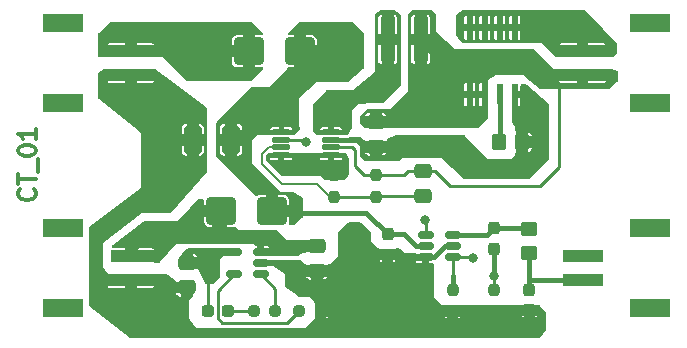
<source format=gbr>
%TF.GenerationSoftware,KiCad,Pcbnew,7.0.2*%
%TF.CreationDate,2023-12-10T20:37:23+01:00*%
%TF.ProjectId,Choinka_EE,43686f69-6e6b-4615-9f45-452e6b696361,rev?*%
%TF.SameCoordinates,Original*%
%TF.FileFunction,Copper,L1,Top*%
%TF.FilePolarity,Positive*%
%FSLAX46Y46*%
G04 Gerber Fmt 4.6, Leading zero omitted, Abs format (unit mm)*
G04 Created by KiCad (PCBNEW 7.0.2) date 2023-12-10 20:37:23*
%MOMM*%
%LPD*%
G01*
G04 APERTURE LIST*
G04 Aperture macros list*
%AMRoundRect*
0 Rectangle with rounded corners*
0 $1 Rounding radius*
0 $2 $3 $4 $5 $6 $7 $8 $9 X,Y pos of 4 corners*
0 Add a 4 corners polygon primitive as box body*
4,1,4,$2,$3,$4,$5,$6,$7,$8,$9,$2,$3,0*
0 Add four circle primitives for the rounded corners*
1,1,$1+$1,$2,$3*
1,1,$1+$1,$4,$5*
1,1,$1+$1,$6,$7*
1,1,$1+$1,$8,$9*
0 Add four rect primitives between the rounded corners*
20,1,$1+$1,$2,$3,$4,$5,0*
20,1,$1+$1,$4,$5,$6,$7,0*
20,1,$1+$1,$6,$7,$8,$9,0*
20,1,$1+$1,$8,$9,$2,$3,0*%
G04 Aperture macros list end*
%ADD10C,0.300000*%
%TA.AperFunction,NonConductor*%
%ADD11C,0.300000*%
%TD*%
%TA.AperFunction,SMDPad,CuDef*%
%ADD12RoundRect,0.250000X1.000000X0.900000X-1.000000X0.900000X-1.000000X-0.900000X1.000000X-0.900000X0*%
%TD*%
%TA.AperFunction,SMDPad,CuDef*%
%ADD13RoundRect,0.250000X-0.475000X0.337500X-0.475000X-0.337500X0.475000X-0.337500X0.475000X0.337500X0*%
%TD*%
%TA.AperFunction,SMDPad,CuDef*%
%ADD14RoundRect,0.237500X0.237500X-0.300000X0.237500X0.300000X-0.237500X0.300000X-0.237500X-0.300000X0*%
%TD*%
%TA.AperFunction,SMDPad,CuDef*%
%ADD15RoundRect,0.250000X-0.350000X-0.450000X0.350000X-0.450000X0.350000X0.450000X-0.350000X0.450000X0*%
%TD*%
%TA.AperFunction,SMDPad,CuDef*%
%ADD16R,3.500000X1.000000*%
%TD*%
%TA.AperFunction,SMDPad,CuDef*%
%ADD17R,3.400000X1.500000*%
%TD*%
%TA.AperFunction,SMDPad,CuDef*%
%ADD18RoundRect,0.150000X0.512500X0.150000X-0.512500X0.150000X-0.512500X-0.150000X0.512500X-0.150000X0*%
%TD*%
%TA.AperFunction,SMDPad,CuDef*%
%ADD19RoundRect,0.058800X-0.691200X-0.186200X0.691200X-0.186200X0.691200X0.186200X-0.691200X0.186200X0*%
%TD*%
%TA.AperFunction,SMDPad,CuDef*%
%ADD20RoundRect,0.058800X0.691200X0.186200X-0.691200X0.186200X-0.691200X-0.186200X0.691200X-0.186200X0*%
%TD*%
%TA.AperFunction,SMDPad,CuDef*%
%ADD21RoundRect,0.237500X-0.237500X0.300000X-0.237500X-0.300000X0.237500X-0.300000X0.237500X0.300000X0*%
%TD*%
%TA.AperFunction,SMDPad,CuDef*%
%ADD22RoundRect,0.237500X-0.237500X0.250000X-0.237500X-0.250000X0.237500X-0.250000X0.237500X0.250000X0*%
%TD*%
%TA.AperFunction,SMDPad,CuDef*%
%ADD23RoundRect,0.250000X-0.450000X0.350000X-0.450000X-0.350000X0.450000X-0.350000X0.450000X0.350000X0*%
%TD*%
%TA.AperFunction,SMDPad,CuDef*%
%ADD24R,0.533400X1.663700*%
%TD*%
%TA.AperFunction,SMDPad,CuDef*%
%ADD25RoundRect,0.250001X0.499999X0.924999X-0.499999X0.924999X-0.499999X-0.924999X0.499999X-0.924999X0*%
%TD*%
%TA.AperFunction,SMDPad,CuDef*%
%ADD26RoundRect,0.237500X0.237500X-0.250000X0.237500X0.250000X-0.237500X0.250000X-0.237500X-0.250000X0*%
%TD*%
%TA.AperFunction,SMDPad,CuDef*%
%ADD27R,1.200000X3.700000*%
%TD*%
%TA.AperFunction,SMDPad,CuDef*%
%ADD28RoundRect,0.237500X-0.250000X-0.237500X0.250000X-0.237500X0.250000X0.237500X-0.250000X0.237500X0*%
%TD*%
%TA.AperFunction,SMDPad,CuDef*%
%ADD29RoundRect,0.237500X0.287500X0.237500X-0.287500X0.237500X-0.287500X-0.237500X0.287500X-0.237500X0*%
%TD*%
%TA.AperFunction,ViaPad*%
%ADD30C,1.200000*%
%TD*%
%TA.AperFunction,ViaPad*%
%ADD31C,0.800000*%
%TD*%
%TA.AperFunction,Conductor*%
%ADD32C,0.400000*%
%TD*%
%TA.AperFunction,Conductor*%
%ADD33C,0.800000*%
%TD*%
%TA.AperFunction,Conductor*%
%ADD34C,1.000000*%
%TD*%
%TA.AperFunction,Conductor*%
%ADD35C,0.600000*%
%TD*%
%TA.AperFunction,Conductor*%
%ADD36C,0.300000*%
%TD*%
%TA.AperFunction,Conductor*%
%ADD37C,0.250000*%
%TD*%
%TA.AperFunction,Conductor*%
%ADD38C,0.500000*%
%TD*%
%TA.AperFunction,Conductor*%
%ADD39C,0.200000*%
%TD*%
G04 APERTURE END LIST*
D10*
D11*
X79073571Y-119185714D02*
X79145000Y-119257142D01*
X79145000Y-119257142D02*
X79216428Y-119471428D01*
X79216428Y-119471428D02*
X79216428Y-119614285D01*
X79216428Y-119614285D02*
X79145000Y-119828571D01*
X79145000Y-119828571D02*
X79002142Y-119971428D01*
X79002142Y-119971428D02*
X78859285Y-120042857D01*
X78859285Y-120042857D02*
X78573571Y-120114285D01*
X78573571Y-120114285D02*
X78359285Y-120114285D01*
X78359285Y-120114285D02*
X78073571Y-120042857D01*
X78073571Y-120042857D02*
X77930714Y-119971428D01*
X77930714Y-119971428D02*
X77787857Y-119828571D01*
X77787857Y-119828571D02*
X77716428Y-119614285D01*
X77716428Y-119614285D02*
X77716428Y-119471428D01*
X77716428Y-119471428D02*
X77787857Y-119257142D01*
X77787857Y-119257142D02*
X77859285Y-119185714D01*
X77716428Y-118757142D02*
X77716428Y-117900000D01*
X79216428Y-118328571D02*
X77716428Y-118328571D01*
X79359285Y-117757143D02*
X79359285Y-116614285D01*
X77716428Y-115971428D02*
X77716428Y-115828571D01*
X77716428Y-115828571D02*
X77787857Y-115685714D01*
X77787857Y-115685714D02*
X77859285Y-115614286D01*
X77859285Y-115614286D02*
X78002142Y-115542857D01*
X78002142Y-115542857D02*
X78287857Y-115471428D01*
X78287857Y-115471428D02*
X78645000Y-115471428D01*
X78645000Y-115471428D02*
X78930714Y-115542857D01*
X78930714Y-115542857D02*
X79073571Y-115614286D01*
X79073571Y-115614286D02*
X79145000Y-115685714D01*
X79145000Y-115685714D02*
X79216428Y-115828571D01*
X79216428Y-115828571D02*
X79216428Y-115971428D01*
X79216428Y-115971428D02*
X79145000Y-116114286D01*
X79145000Y-116114286D02*
X79073571Y-116185714D01*
X79073571Y-116185714D02*
X78930714Y-116257143D01*
X78930714Y-116257143D02*
X78645000Y-116328571D01*
X78645000Y-116328571D02*
X78287857Y-116328571D01*
X78287857Y-116328571D02*
X78002142Y-116257143D01*
X78002142Y-116257143D02*
X77859285Y-116185714D01*
X77859285Y-116185714D02*
X77787857Y-116114286D01*
X77787857Y-116114286D02*
X77716428Y-115971428D01*
X79216428Y-114042857D02*
X79216428Y-114900000D01*
X79216428Y-114471429D02*
X77716428Y-114471429D01*
X77716428Y-114471429D02*
X77930714Y-114614286D01*
X77930714Y-114614286D02*
X78073571Y-114757143D01*
X78073571Y-114757143D02*
X78145000Y-114900000D01*
D12*
%TO.P,D4,1,K*%
%TO.N,VDD*%
X99200000Y-121000000D03*
%TO.P,D4,2,A*%
%TO.N,+BATT*%
X94900000Y-121000000D03*
%TD*%
%TO.P,D1,1,K*%
%TO.N,VDD*%
X101550000Y-107500000D03*
%TO.P,D1,2,A*%
%TO.N,+5V*%
X97250000Y-107500000D03*
%TD*%
D13*
%TO.P,C2,1*%
%TO.N,+5V*%
X92000000Y-125425000D03*
%TO.P,C2,2*%
%TO.N,GND*%
X92000000Y-127500000D03*
%TD*%
D14*
%TO.P,D3,1,A1*%
%TO.N,GND*%
X121000000Y-129450000D03*
%TO.P,D3,2,A2*%
%TO.N,/Sens*%
X121000000Y-127725000D03*
%TD*%
D15*
%TO.P,R5,1*%
%TO.N,Net-(U3-RSET)*%
X118400000Y-115200000D03*
%TO.P,R5,2*%
%TO.N,GND*%
X120400000Y-115200000D03*
%TD*%
D16*
%TO.P,P3,1,1*%
%TO.N,+3.3V*%
X125500000Y-109500000D03*
%TO.P,P3,2,2*%
%TO.N,GND1*%
X125500000Y-107500000D03*
D17*
%TO.P,P3,P1*%
%TO.N,N/C*%
X131250000Y-111850000D03*
%TO.P,P3,P2*%
X131250000Y-105150000D03*
%TD*%
D18*
%TO.P,U1,1,STAT*%
%TO.N,/LED_Stat*%
X98275000Y-126400000D03*
%TO.P,U1,2,V_{SS}*%
%TO.N,GND*%
X98275000Y-125450000D03*
%TO.P,U1,3,V_{BAT}*%
%TO.N,+BATT*%
X98275000Y-124500000D03*
%TO.P,U1,4,V_{DD}*%
%TO.N,+5V*%
X96000000Y-124500000D03*
%TO.P,U1,5,PROG*%
%TO.N,/R_Prog*%
X96000000Y-126400000D03*
%TD*%
D19*
%TO.P,U2,1,VIN*%
%TO.N,VDD*%
X100000000Y-114350000D03*
%TO.P,U2,2,~{SHDN}*%
%TO.N,/Sen_Out*%
X100000000Y-115000000D03*
%TO.P,U2,3,FB*%
%TO.N,/FB*%
X100000000Y-115650000D03*
%TO.P,U2,4,AGND*%
%TO.N,GND*%
X100000000Y-116300000D03*
D20*
%TO.P,U2,5,SYNC/PWM*%
X104210000Y-116300000D03*
%TO.P,U2,6,VOUT*%
%TO.N,+3.3V*%
X104210000Y-115650000D03*
%TO.P,U2,7,PGND*%
%TO.N,GND*%
X104210000Y-115000000D03*
%TO.P,U2,8,LX*%
%TO.N,/LX*%
X104210000Y-114350000D03*
%TD*%
D21*
%TO.P,C4,1*%
%TO.N,VDD*%
X109000000Y-123000000D03*
%TO.P,C4,2*%
%TO.N,GND*%
X109000000Y-124725000D03*
%TD*%
D22*
%TO.P,R7,1*%
%TO.N,Net-(U4-SNS)*%
X118000000Y-127675000D03*
%TO.P,R7,2*%
%TO.N,GND*%
X118000000Y-129500000D03*
%TD*%
D23*
%TO.P,R8,1*%
%TO.N,Net-(U4-SNSK)*%
X121000000Y-122562500D03*
%TO.P,R8,2*%
%TO.N,/Sens*%
X121000000Y-124562500D03*
%TD*%
D18*
%TO.P,U4,1,OUT*%
%TO.N,/Sen_Out*%
X114500000Y-124950000D03*
%TO.P,U4,2,VSS*%
%TO.N,GND*%
X114500000Y-124000000D03*
%TO.P,U4,3,SNSK*%
%TO.N,Net-(U4-SNSK)*%
X114500000Y-123050000D03*
%TO.P,U4,4,SNS*%
%TO.N,Net-(U4-SNS)*%
X112225000Y-123050000D03*
%TO.P,U4,5,VDD*%
%TO.N,VDD*%
X112225000Y-124000000D03*
%TO.P,U4,6,TIME*%
%TO.N,GND*%
X112225000Y-124950000D03*
%TD*%
D24*
%TO.P,U3,1,VIN*%
%TO.N,+3.3V*%
X115960000Y-111151500D03*
%TO.P,U3,2,EN*%
X117230000Y-111151500D03*
%TO.P,U3,3,RSET*%
%TO.N,Net-(U3-RSET)*%
X118500000Y-111151500D03*
%TO.P,U3,4,GND*%
%TO.N,GND*%
X119770000Y-111151500D03*
%TO.P,U3,5,D1*%
%TO.N,GND1*%
X119770000Y-105500000D03*
%TO.P,U3,6,D1*%
X118500000Y-105500000D03*
%TO.P,U3,7,D1*%
X117230000Y-105500000D03*
%TO.P,U3,8,D1*%
X115960000Y-105500000D03*
%TD*%
D25*
%TO.P,C6,1*%
%TO.N,VDD*%
X95750000Y-115000000D03*
%TO.P,C6,2*%
%TO.N,GND*%
X92500000Y-115000000D03*
%TD*%
D26*
%TO.P,R3,1*%
%TO.N,/FB*%
X104500000Y-119825000D03*
%TO.P,R3,2*%
%TO.N,GND*%
X104500000Y-118000000D03*
%TD*%
D13*
%TO.P,C1,1*%
%TO.N,+BATT*%
X103000000Y-124000000D03*
%TO.P,C1,2*%
%TO.N,GND*%
X103000000Y-126075000D03*
%TD*%
D27*
%TO.P,L1,1,1*%
%TO.N,/LX*%
X109000000Y-106500000D03*
%TO.P,L1,2,2*%
%TO.N,+3.3V*%
X111800000Y-106500000D03*
%TD*%
D28*
%TO.P,R1,1*%
%TO.N,Net-(D2-K)*%
X97675000Y-129500000D03*
%TO.P,R1,2*%
%TO.N,/LED_Stat*%
X99500000Y-129500000D03*
%TD*%
D16*
%TO.P,P1,1,1*%
%TO.N,+5V*%
X87250000Y-107500000D03*
%TO.P,P1,2,2*%
%TO.N,GND*%
X87250000Y-109500000D03*
D17*
%TO.P,P1,P1*%
%TO.N,N/C*%
X81500000Y-105150000D03*
%TO.P,P1,P2*%
X81500000Y-111850000D03*
%TD*%
D21*
%TO.P,C7,1*%
%TO.N,Net-(U4-SNSK)*%
X118000000Y-122500000D03*
%TO.P,C7,2*%
%TO.N,Net-(U4-SNS)*%
X118000000Y-124225000D03*
%TD*%
D29*
%TO.P,D2,1,K*%
%TO.N,Net-(D2-K)*%
X95500000Y-129500000D03*
%TO.P,D2,2,A*%
%TO.N,+5V*%
X93750000Y-129500000D03*
%TD*%
D13*
%TO.P,C3,1*%
%TO.N,+3.3V*%
X108000000Y-113500000D03*
%TO.P,C3,2*%
%TO.N,GND*%
X108000000Y-115575000D03*
%TD*%
D22*
%TO.P,R6,1*%
%TO.N,/Sen_Out*%
X114500000Y-127675000D03*
%TO.P,R6,2*%
%TO.N,GND*%
X114500000Y-129500000D03*
%TD*%
D16*
%TO.P,P2,1,1*%
%TO.N,+BATT*%
X87250000Y-124850000D03*
%TO.P,P2,2,2*%
%TO.N,GND*%
X87250000Y-126850000D03*
D17*
%TO.P,P2,P1*%
%TO.N,N/C*%
X81500000Y-122500000D03*
%TO.P,P2,P2*%
X81500000Y-129200000D03*
%TD*%
D28*
%TO.P,R2,1*%
%TO.N,/R_Prog*%
X101500000Y-129500000D03*
%TO.P,R2,2*%
%TO.N,GND*%
X103325000Y-129500000D03*
%TD*%
D16*
%TO.P,P4,1,1*%
%TO.N,/Sens*%
X125500000Y-126850000D03*
%TO.P,P4,2,2*%
%TO.N,unconnected-(P4-Pad2)*%
X125500000Y-124850000D03*
D17*
%TO.P,P4,P1*%
%TO.N,N/C*%
X131250000Y-129200000D03*
%TO.P,P4,P2*%
X131250000Y-122500000D03*
%TD*%
D13*
%TO.P,C5,1*%
%TO.N,+3.3V*%
X112000000Y-117645000D03*
%TO.P,C5,2*%
%TO.N,/FB*%
X112000000Y-119720000D03*
%TD*%
D22*
%TO.P,R4,1*%
%TO.N,+3.3V*%
X108000000Y-118000000D03*
%TO.P,R4,2*%
%TO.N,/FB*%
X108000000Y-119825000D03*
%TD*%
D30*
%TO.N,GND*%
X112000000Y-115600000D03*
X108100000Y-128200000D03*
X121400000Y-113100000D03*
X92500000Y-112600000D03*
X106300000Y-123600000D03*
X92500000Y-117600000D03*
X88300000Y-112600000D03*
X88600000Y-120400000D03*
X102200000Y-117400000D03*
X89800000Y-128900000D03*
%TO.N,+5V*%
X91000000Y-107500000D03*
X93925000Y-125425000D03*
D31*
%TO.N,Net-(U4-SNS)*%
X112200000Y-121800000D03*
X118000000Y-126500000D03*
%TO.N,/Sen_Out*%
X116200000Y-125000000D03*
X102100000Y-115200000D03*
%TD*%
D32*
%TO.N,VDD*%
X99400000Y-121200000D02*
X99200000Y-121000000D01*
X107200000Y-121200000D02*
X99400000Y-121200000D01*
X109000000Y-123000000D02*
X107200000Y-121200000D01*
D33*
%TO.N,+BATT*%
X103000000Y-124000000D02*
X100000000Y-124000000D01*
X98500000Y-123000000D02*
X94500000Y-123000000D01*
X99000000Y-123000000D02*
X98500000Y-123000000D01*
D34*
X94500000Y-123000000D02*
X88400000Y-123000000D01*
X87250000Y-124150000D02*
X87250000Y-124850000D01*
D35*
X98275000Y-124500000D02*
X99500000Y-124500000D01*
D34*
X88400000Y-123000000D02*
X87250000Y-124150000D01*
D33*
X100000000Y-124000000D02*
X99000000Y-123000000D01*
D35*
X99500000Y-124500000D02*
X100000000Y-124000000D01*
D33*
X94500000Y-123000000D02*
X94500000Y-120450000D01*
D32*
%TO.N,GND*%
X113900000Y-124000000D02*
X112950000Y-124950000D01*
X104210000Y-116300000D02*
X100000000Y-116300000D01*
X106700000Y-115000000D02*
X104210000Y-115000000D01*
X108000000Y-115575000D02*
X107275000Y-115575000D01*
D36*
X112950000Y-124950000D02*
X112225000Y-124950000D01*
D32*
X107275000Y-115575000D02*
X106700000Y-115000000D01*
D36*
X114500000Y-124000000D02*
X113900000Y-124000000D01*
D34*
%TO.N,+5V*%
X91000000Y-107500000D02*
X95000000Y-107500000D01*
X93925000Y-125425000D02*
X92000000Y-125425000D01*
D37*
X93750000Y-129500000D02*
X93750000Y-127175000D01*
D34*
X87250000Y-107500000D02*
X91000000Y-107500000D01*
D37*
X96000000Y-124500000D02*
X95500000Y-124500000D01*
%TO.N,+3.3V*%
X123500000Y-117300000D02*
X123500000Y-110500000D01*
X108000000Y-118000000D02*
X107000000Y-118000000D01*
X105950000Y-115650000D02*
X106200000Y-115900000D01*
D38*
X115960000Y-111151500D02*
X115960000Y-108540000D01*
D33*
X111800000Y-106500000D02*
X113800000Y-108500000D01*
D37*
X108000000Y-118000000D02*
X110400000Y-118000000D01*
D38*
X117230000Y-111151500D02*
X117230000Y-108730000D01*
D37*
X110755000Y-117645000D02*
X112000000Y-117645000D01*
X104210000Y-115650000D02*
X105950000Y-115650000D01*
X123500000Y-110500000D02*
X122500000Y-110500000D01*
X110400000Y-118000000D02*
X110755000Y-117645000D01*
D33*
X116000000Y-108500000D02*
X117000000Y-108500000D01*
X117000000Y-108500000D02*
X120500000Y-108500000D01*
D37*
X122500000Y-110500000D02*
X121500000Y-109500000D01*
X111645000Y-118000000D02*
X112000000Y-117645000D01*
D38*
X115960000Y-108540000D02*
X116000000Y-108500000D01*
D37*
X114300000Y-118900000D02*
X121900000Y-118900000D01*
X112000000Y-117645000D02*
X113045000Y-117645000D01*
D36*
X112000000Y-117645000D02*
X112055000Y-117700000D01*
D37*
X106200000Y-117200000D02*
X107000000Y-118000000D01*
D38*
X117230000Y-108730000D02*
X117000000Y-108500000D01*
D37*
X106200000Y-115900000D02*
X106200000Y-117200000D01*
D33*
X120500000Y-108500000D02*
X121500000Y-109500000D01*
X121500000Y-109500000D02*
X125500000Y-109500000D01*
D37*
X112000000Y-117645000D02*
X112045000Y-117600000D01*
X121900000Y-118900000D02*
X123500000Y-117300000D01*
X113045000Y-117645000D02*
X114300000Y-118900000D01*
D34*
X111800000Y-111300000D02*
X111800000Y-106500000D01*
D33*
X113800000Y-108500000D02*
X116000000Y-108500000D01*
D32*
%TO.N,VDD*%
X100000000Y-114350000D02*
X96400000Y-114350000D01*
X100000000Y-114350000D02*
X100950000Y-114350000D01*
X110400000Y-123000000D02*
X111400000Y-124000000D01*
X100950000Y-114350000D02*
X101300000Y-114000000D01*
X111400000Y-124000000D02*
X112225000Y-124000000D01*
X100000000Y-114350000D02*
X100000000Y-113600000D01*
D34*
X103800000Y-107500000D02*
X100300000Y-111000000D01*
X95750000Y-113250000D02*
X95750000Y-115000000D01*
X95750000Y-115000000D02*
X95750000Y-116250000D01*
D32*
X109000000Y-123000000D02*
X110400000Y-123000000D01*
X96400000Y-114350000D02*
X95750000Y-115000000D01*
D34*
X98000000Y-111000000D02*
X95750000Y-113250000D01*
X100300000Y-111000000D02*
X98000000Y-111000000D01*
D39*
%TO.N,/FB*%
X104500000Y-119825000D02*
X104125000Y-119825000D01*
D37*
X108000000Y-119825000D02*
X104500000Y-119825000D01*
D39*
X104125000Y-119825000D02*
X103000000Y-118700000D01*
D37*
X112000000Y-119720000D02*
X108105000Y-119720000D01*
D39*
X98400000Y-117051472D02*
X98400000Y-116200000D01*
X100048528Y-118700000D02*
X98400000Y-117051472D01*
X103000000Y-118700000D02*
X100048528Y-118700000D01*
X98400000Y-116200000D02*
X98950000Y-115650000D01*
X98950000Y-115650000D02*
X100000000Y-115650000D01*
D37*
X108105000Y-119720000D02*
X108000000Y-119825000D01*
D32*
%TO.N,Net-(U4-SNSK)*%
X114500000Y-123050000D02*
X117450000Y-123050000D01*
X120937500Y-122500000D02*
X121000000Y-122562500D01*
X117450000Y-123050000D02*
X118000000Y-122500000D01*
X118000000Y-122500000D02*
X120937500Y-122500000D01*
D37*
%TO.N,Net-(U4-SNS)*%
X112225000Y-121825000D02*
X112225000Y-123050000D01*
X118000000Y-127675000D02*
X118000000Y-126500000D01*
X112200000Y-121800000D02*
X112225000Y-121825000D01*
D32*
X118000000Y-124225000D02*
X118000000Y-126500000D01*
D37*
%TO.N,Net-(D2-K)*%
X95500000Y-129500000D02*
X97675000Y-129500000D01*
D32*
%TO.N,/Sens*%
X121000000Y-124562500D02*
X121000000Y-127000000D01*
X121150000Y-126850000D02*
X121000000Y-127000000D01*
X121000000Y-127000000D02*
X121000000Y-127725000D01*
X125500000Y-126850000D02*
X121150000Y-126850000D01*
%TO.N,/LX*%
X105450000Y-114350000D02*
X104210000Y-114350000D01*
X104210000Y-114350000D02*
X104210000Y-113770000D01*
X105450000Y-114350000D02*
X105600000Y-114200000D01*
D34*
X107000000Y-111500000D02*
X105000000Y-111500000D01*
D32*
X103050000Y-114350000D02*
X102900000Y-114200000D01*
D34*
X105000000Y-111500000D02*
X104500000Y-112000000D01*
D32*
X104210000Y-113770000D02*
X104200000Y-113760000D01*
D33*
X104500000Y-112000000D02*
X104200000Y-112300000D01*
D32*
X104210000Y-114350000D02*
X103050000Y-114350000D01*
D34*
X109000000Y-109500000D02*
X107000000Y-111500000D01*
X109000000Y-106500000D02*
X109000000Y-109500000D01*
D37*
%TO.N,/LED_Stat*%
X99500000Y-129500000D02*
X99500000Y-127625000D01*
X99500000Y-127625000D02*
X98275000Y-126400000D01*
%TO.N,/R_Prog*%
X95000000Y-130500000D02*
X94600000Y-130100000D01*
X100500000Y-130500000D02*
X95000000Y-130500000D01*
X101500000Y-129500000D02*
X100500000Y-130500000D01*
X94600000Y-127800000D02*
X96000000Y-126400000D01*
X94600000Y-130100000D02*
X94600000Y-127800000D01*
D32*
%TO.N,Net-(U3-RSET)*%
X118500000Y-111151500D02*
X118500000Y-115100000D01*
X118500000Y-115100000D02*
X118400000Y-115200000D01*
D37*
%TO.N,/Sen_Out*%
X101900000Y-115000000D02*
X100000000Y-115000000D01*
X114500000Y-124950000D02*
X114500000Y-126500000D01*
D32*
X114500000Y-126500000D02*
X114500000Y-127675000D01*
D37*
X116150000Y-124950000D02*
X116200000Y-125000000D01*
X102100000Y-115200000D02*
X101900000Y-115000000D01*
X114500000Y-124950000D02*
X116150000Y-124950000D01*
%TD*%
%TA.AperFunction,Conductor*%
%TO.N,GND*%
G36*
X120819662Y-110319685D02*
G01*
X120835306Y-110331590D01*
X122658683Y-111963032D01*
X122695518Y-112022403D01*
X122700000Y-112055442D01*
X122700000Y-116646423D01*
X122680315Y-116713462D01*
X122660985Y-116736720D01*
X121035809Y-118266297D01*
X120973500Y-118297909D01*
X120950824Y-118300000D01*
X115449410Y-118300000D01*
X115382371Y-118280315D01*
X115364130Y-118266018D01*
X113500000Y-116500000D01*
X110300000Y-116500000D01*
X109933067Y-116775200D01*
X109867625Y-116799676D01*
X109858667Y-116800000D01*
X107151362Y-116800000D01*
X107084323Y-116780315D01*
X107063681Y-116763681D01*
X106736319Y-116436319D01*
X106702834Y-116374996D01*
X106700000Y-116348638D01*
X106700000Y-116075000D01*
X107105107Y-116075000D01*
X107122654Y-116125146D01*
X107203206Y-116234291D01*
X107312353Y-116314845D01*
X107440396Y-116359649D01*
X107467912Y-116362229D01*
X107473688Y-116362499D01*
X107499998Y-116362498D01*
X107499999Y-116362498D01*
X107500000Y-116075000D01*
X108499999Y-116075000D01*
X108499999Y-116362498D01*
X108500000Y-116362499D01*
X108526300Y-116362499D01*
X108532088Y-116362228D01*
X108559605Y-116359648D01*
X108687646Y-116314845D01*
X108796793Y-116234291D01*
X108877345Y-116125146D01*
X108894892Y-116075000D01*
X108499999Y-116075000D01*
X107500000Y-116075000D01*
X107105107Y-116075000D01*
X106700000Y-116075000D01*
X106700000Y-115499999D01*
X106471427Y-115328570D01*
X106300000Y-115200000D01*
X106299999Y-115200000D01*
X105196890Y-115200000D01*
X105129851Y-115180315D01*
X105115109Y-115168435D01*
X104998439Y-115111399D01*
X104946856Y-115064272D01*
X104928942Y-114996738D01*
X104950383Y-114930239D01*
X104998441Y-114888597D01*
X105005135Y-114885324D01*
X105005139Y-114885324D01*
X105050603Y-114863097D01*
X105105061Y-114850500D01*
X105382856Y-114850500D01*
X105409214Y-114853334D01*
X105413926Y-114854359D01*
X105413926Y-114854358D01*
X105413927Y-114854359D01*
X105463461Y-114850815D01*
X105472308Y-114850500D01*
X105485797Y-114850500D01*
X105485799Y-114850500D01*
X105499159Y-114848578D01*
X105507951Y-114847633D01*
X105557483Y-114844091D01*
X105562001Y-114842405D01*
X105587681Y-114835851D01*
X105592457Y-114835165D01*
X105637631Y-114814533D01*
X105645797Y-114811151D01*
X105652033Y-114808825D01*
X105654749Y-114807813D01*
X105698069Y-114800000D01*
X106748638Y-114800000D01*
X106815677Y-114819685D01*
X106836319Y-114836319D01*
X107000000Y-115000000D01*
X107000001Y-115000000D01*
X107022788Y-115009439D01*
X107022483Y-115010174D01*
X107054871Y-115019685D01*
X107088962Y-115052245D01*
X107105107Y-115075000D01*
X108894893Y-115075000D01*
X108906431Y-115058737D01*
X108905812Y-115046603D01*
X108940541Y-114985976D01*
X108970958Y-114964520D01*
X109673818Y-114613091D01*
X109729272Y-114600000D01*
X115448638Y-114600000D01*
X115515677Y-114619685D01*
X115536319Y-114636319D01*
X117500000Y-116600000D01*
X119500000Y-116600000D01*
X119800000Y-116300000D01*
X119800000Y-116209280D01*
X119819685Y-116142241D01*
X119852244Y-116108151D01*
X119900000Y-116074265D01*
X119900000Y-115700000D01*
X120900000Y-115700000D01*
X120900000Y-116074266D01*
X120962645Y-116052346D01*
X121071792Y-115971792D01*
X121152345Y-115862646D01*
X121197149Y-115734603D01*
X121199729Y-115707088D01*
X121200000Y-115701310D01*
X121200000Y-115700000D01*
X120900000Y-115700000D01*
X119900000Y-115700000D01*
X119900000Y-114325733D01*
X120900000Y-114325733D01*
X120900000Y-114700000D01*
X121199999Y-114700000D01*
X121199999Y-114698700D01*
X121199728Y-114692911D01*
X121197148Y-114665394D01*
X121152345Y-114537353D01*
X121071791Y-114428206D01*
X120962646Y-114347654D01*
X120900000Y-114325733D01*
X119900000Y-114325733D01*
X119900000Y-114325732D01*
X119852245Y-114291848D01*
X119808961Y-114237001D01*
X119800000Y-114190719D01*
X119800000Y-113900000D01*
X119524800Y-113533066D01*
X119500324Y-113467623D01*
X119500000Y-113458666D01*
X119500000Y-112238011D01*
X119503300Y-112226772D01*
X119503300Y-111418200D01*
X120036700Y-111418200D01*
X120036700Y-112183350D01*
X120056397Y-112183350D01*
X120114736Y-112171745D01*
X120180892Y-112127542D01*
X120225095Y-112061386D01*
X120236700Y-112003046D01*
X120236700Y-111418200D01*
X120036700Y-111418200D01*
X119503300Y-111418200D01*
X119503300Y-111008800D01*
X119522985Y-110941761D01*
X119575789Y-110896006D01*
X119627300Y-110884800D01*
X120236700Y-110884800D01*
X120236700Y-110424000D01*
X120256385Y-110356961D01*
X120309189Y-110311206D01*
X120360700Y-110300000D01*
X120752623Y-110300000D01*
X120819662Y-110319685D01*
G37*
%TD.AperFunction*%
%TD*%
%TA.AperFunction,Conductor*%
%TO.N,GND*%
G36*
X105405039Y-116119685D02*
G01*
X105437200Y-116149600D01*
X105675200Y-116466933D01*
X105699676Y-116532375D01*
X105700000Y-116541333D01*
X105700000Y-117948637D01*
X105680315Y-118015676D01*
X105663681Y-118036318D01*
X105336319Y-118363681D01*
X105274996Y-118397166D01*
X105248638Y-118400000D01*
X103751362Y-118400000D01*
X103684323Y-118380315D01*
X103663681Y-118363681D01*
X103400000Y-118100000D01*
X100151362Y-118100000D01*
X100084323Y-118080315D01*
X100063681Y-118063681D01*
X99525000Y-117525000D01*
X103884807Y-117525000D01*
X104025000Y-117525000D01*
X104025000Y-117381532D01*
X104024999Y-117381531D01*
X104975000Y-117381531D01*
X104975000Y-117525000D01*
X105115193Y-117525000D01*
X105050354Y-117437146D01*
X104975000Y-117381531D01*
X104024999Y-117381531D01*
X103949645Y-117437146D01*
X103884807Y-117525000D01*
X99525000Y-117525000D01*
X98736819Y-116736819D01*
X98703334Y-116675496D01*
X98700500Y-116649138D01*
X98700500Y-116545000D01*
X99056627Y-116545000D01*
X99065016Y-116587179D01*
X99122215Y-116672783D01*
X99207821Y-116729984D01*
X99283309Y-116744999D01*
X99754999Y-116744999D01*
X99755000Y-116744998D01*
X99755000Y-116545000D01*
X100245000Y-116545000D01*
X100245000Y-116744999D01*
X100716687Y-116744999D01*
X100792179Y-116729983D01*
X100877783Y-116672784D01*
X100934984Y-116587178D01*
X100943374Y-116545000D01*
X103266627Y-116545000D01*
X103275016Y-116587179D01*
X103332215Y-116672783D01*
X103417821Y-116729984D01*
X103493309Y-116744999D01*
X103964999Y-116744999D01*
X103965000Y-116744998D01*
X103965000Y-116545000D01*
X104455000Y-116545000D01*
X104455000Y-116744999D01*
X104926687Y-116744999D01*
X105002179Y-116729983D01*
X105087783Y-116672784D01*
X105144984Y-116587178D01*
X105153374Y-116545000D01*
X104455000Y-116545000D01*
X103965000Y-116545000D01*
X103266627Y-116545000D01*
X100943374Y-116545000D01*
X100245000Y-116545000D01*
X99755000Y-116545000D01*
X99056627Y-116545000D01*
X98700500Y-116545000D01*
X98700500Y-116375832D01*
X98720185Y-116308793D01*
X98736815Y-116288155D01*
X98888652Y-116136318D01*
X98949974Y-116102834D01*
X98976332Y-116100000D01*
X99010000Y-116100000D01*
X99100000Y-116100000D01*
X105200000Y-116100000D01*
X105338000Y-116100000D01*
X105405039Y-116119685D01*
G37*
%TD.AperFunction*%
%TD*%
%TA.AperFunction,Conductor*%
%TO.N,VDD*%
G36*
X106015677Y-105019685D02*
G01*
X106036319Y-105036319D01*
X106963682Y-105963682D01*
X106997166Y-106025003D01*
X107000000Y-106051361D01*
X107000000Y-108939732D01*
X106980315Y-109006771D01*
X106952610Y-109037235D01*
X105633723Y-110073503D01*
X105568847Y-110099444D01*
X105557113Y-110100000D01*
X102999999Y-110100000D01*
X101500000Y-111499998D01*
X101500000Y-113948637D01*
X101480315Y-114015676D01*
X101463681Y-114036318D01*
X101161680Y-114338320D01*
X101100357Y-114371805D01*
X101096157Y-114371504D01*
X101069351Y-114430203D01*
X101063319Y-114436681D01*
X101061319Y-114438681D01*
X100999996Y-114472166D01*
X100973638Y-114475000D01*
X100844945Y-114475000D01*
X100790484Y-114462400D01*
X100786393Y-114460400D01*
X100734811Y-114413272D01*
X100716897Y-114345738D01*
X100738338Y-114279239D01*
X100792328Y-114234889D01*
X100840854Y-114225000D01*
X100949999Y-114225000D01*
X100949999Y-114138312D01*
X100934983Y-114062820D01*
X100877784Y-113977216D01*
X100792178Y-113920015D01*
X100716690Y-113905000D01*
X100125000Y-113905000D01*
X100125000Y-114225000D01*
X100142819Y-114242819D01*
X100176304Y-114304142D01*
X100171320Y-114373834D01*
X100129448Y-114429767D01*
X100063984Y-114454184D01*
X100055138Y-114454500D01*
X99944861Y-114454500D01*
X99877822Y-114434815D01*
X99832067Y-114382011D01*
X99822123Y-114312853D01*
X99851148Y-114249297D01*
X99857181Y-114242818D01*
X99875000Y-114224999D01*
X99875000Y-113905000D01*
X99283313Y-113905000D01*
X99207820Y-113920016D01*
X99122216Y-113977215D01*
X99065015Y-114062821D01*
X99050000Y-114138310D01*
X99050000Y-114225000D01*
X99159146Y-114225000D01*
X99226185Y-114244685D01*
X99271940Y-114297489D01*
X99281884Y-114366647D01*
X99252859Y-114430203D01*
X99213607Y-114460400D01*
X99209516Y-114462400D01*
X99155055Y-114475000D01*
X99040591Y-114475000D01*
X98999997Y-114497166D01*
X98973639Y-114500000D01*
X97999999Y-114500000D01*
X97500000Y-114999999D01*
X97500000Y-115000000D01*
X97500000Y-117000000D01*
X99900000Y-119400000D01*
X100964437Y-119400000D01*
X101030157Y-119418848D01*
X101741720Y-119863575D01*
X101788136Y-119915799D01*
X101800000Y-119968727D01*
X101800000Y-121538000D01*
X101780315Y-121605039D01*
X101750400Y-121637200D01*
X101033067Y-122175200D01*
X100967625Y-122199676D01*
X100958667Y-122200000D01*
X100746541Y-122200000D01*
X100679502Y-122180315D01*
X100633747Y-122127511D01*
X100623803Y-122058353D01*
X100629499Y-122035046D01*
X100647149Y-121984603D01*
X100649729Y-121957088D01*
X100650000Y-121951310D01*
X100650000Y-121500000D01*
X98824000Y-121500000D01*
X98756961Y-121480315D01*
X98711206Y-121427511D01*
X98700000Y-121376000D01*
X98700000Y-119650000D01*
X99700000Y-119650000D01*
X99700000Y-120500000D01*
X100649999Y-120500000D01*
X100649999Y-120048700D01*
X100649728Y-120042911D01*
X100647148Y-120015394D01*
X100602345Y-119887353D01*
X100521792Y-119778207D01*
X100412646Y-119697654D01*
X100284603Y-119652850D01*
X100257088Y-119650270D01*
X100251310Y-119650000D01*
X99700000Y-119650000D01*
X98700000Y-119650000D01*
X98148700Y-119650000D01*
X98142911Y-119650271D01*
X98115394Y-119652851D01*
X97987351Y-119697654D01*
X97910660Y-119754255D01*
X97845031Y-119778226D01*
X97776861Y-119762910D01*
X97748120Y-119740923D01*
X94535093Y-116436095D01*
X94502475Y-116374306D01*
X94500000Y-116349657D01*
X94500000Y-115500000D01*
X94800000Y-115500000D01*
X94800000Y-115976309D01*
X94800270Y-115982087D01*
X94802850Y-116009602D01*
X94847654Y-116137646D01*
X94928207Y-116246792D01*
X95037353Y-116327345D01*
X95165397Y-116372149D01*
X95192912Y-116374729D01*
X95198691Y-116375000D01*
X95250000Y-116375000D01*
X95250000Y-115500000D01*
X96250000Y-115500000D01*
X96250000Y-116375000D01*
X96301309Y-116375000D01*
X96307087Y-116374729D01*
X96334602Y-116372149D01*
X96462646Y-116327345D01*
X96571792Y-116246792D01*
X96652345Y-116137646D01*
X96697149Y-116009602D01*
X96699729Y-115982087D01*
X96700000Y-115976309D01*
X96700000Y-115500000D01*
X96250000Y-115500000D01*
X95250000Y-115500000D01*
X94800000Y-115500000D01*
X94500000Y-115500000D01*
X94500000Y-114500000D01*
X94800000Y-114500000D01*
X95250000Y-114500000D01*
X95250000Y-113625000D01*
X96250000Y-113625000D01*
X96250000Y-114500000D01*
X96700000Y-114500000D01*
X96700000Y-114023690D01*
X96699729Y-114017912D01*
X96697149Y-113990397D01*
X96652345Y-113862353D01*
X96571792Y-113753207D01*
X96462646Y-113672654D01*
X96334602Y-113627850D01*
X96307087Y-113625270D01*
X96301309Y-113625000D01*
X96250000Y-113625000D01*
X95250000Y-113625000D01*
X95198691Y-113625000D01*
X95192912Y-113625270D01*
X95165397Y-113627850D01*
X95037353Y-113672654D01*
X94928207Y-113753207D01*
X94847654Y-113862353D01*
X94802850Y-113990397D01*
X94800270Y-114017912D01*
X94800000Y-114023690D01*
X94800000Y-114500000D01*
X94500000Y-114500000D01*
X94500000Y-113551361D01*
X94519685Y-113484322D01*
X94536314Y-113463685D01*
X97463680Y-110536319D01*
X97525004Y-110502834D01*
X97551362Y-110500000D01*
X99000000Y-110500000D01*
X100500000Y-109000000D01*
X100500000Y-108973999D01*
X100519685Y-108906960D01*
X100572489Y-108861205D01*
X100624000Y-108849999D01*
X101050000Y-108849999D01*
X101050000Y-108000000D01*
X102050000Y-108000000D01*
X102050000Y-108849999D01*
X102601300Y-108849999D01*
X102607088Y-108849728D01*
X102634605Y-108847148D01*
X102762646Y-108802345D01*
X102871792Y-108721792D01*
X102952345Y-108612646D01*
X102997149Y-108484603D01*
X102999729Y-108457088D01*
X103000000Y-108451310D01*
X103000000Y-108000000D01*
X102050000Y-108000000D01*
X101050000Y-108000000D01*
X101050000Y-106150000D01*
X102050000Y-106150000D01*
X102050000Y-107000000D01*
X102999999Y-107000000D01*
X102999999Y-106548700D01*
X102999728Y-106542911D01*
X102997148Y-106515394D01*
X102952345Y-106387353D01*
X102871792Y-106278207D01*
X102762646Y-106197654D01*
X102634603Y-106152850D01*
X102607088Y-106150270D01*
X102601310Y-106150000D01*
X102050000Y-106150000D01*
X101050000Y-106150000D01*
X100649362Y-106150000D01*
X100582323Y-106130315D01*
X100536568Y-106077511D01*
X100526624Y-106008353D01*
X100555649Y-105944797D01*
X100561681Y-105938319D01*
X101463681Y-105036319D01*
X101525004Y-105002834D01*
X101551362Y-105000000D01*
X105948638Y-105000000D01*
X106015677Y-105019685D01*
G37*
%TD.AperFunction*%
%TD*%
%TA.AperFunction,Conductor*%
%TO.N,+5V*%
G36*
X97515677Y-105019685D02*
G01*
X97536319Y-105036319D01*
X98442523Y-105942523D01*
X98476008Y-106003846D01*
X98471024Y-106073538D01*
X98429152Y-106129471D01*
X98363688Y-106153888D01*
X98343268Y-106153663D01*
X98307074Y-106150269D01*
X98301310Y-106150000D01*
X97750000Y-106150000D01*
X97750000Y-108849999D01*
X98301300Y-108849999D01*
X98307081Y-108849728D01*
X98343266Y-108846336D01*
X98411851Y-108859677D01*
X98462335Y-108907979D01*
X98478691Y-108975907D01*
X98455726Y-109041895D01*
X98442523Y-109057476D01*
X97536319Y-109963681D01*
X97474996Y-109997166D01*
X97448638Y-110000000D01*
X92051362Y-110000000D01*
X91984323Y-109980315D01*
X91963681Y-109963681D01*
X90000000Y-108000000D01*
X95800001Y-108000000D01*
X95800001Y-108451299D01*
X95800271Y-108457088D01*
X95802851Y-108484605D01*
X95847654Y-108612646D01*
X95928207Y-108721792D01*
X96037353Y-108802345D01*
X96165396Y-108847149D01*
X96192911Y-108849729D01*
X96198689Y-108849999D01*
X96749999Y-108849999D01*
X96750000Y-108849998D01*
X96750000Y-108000000D01*
X95800001Y-108000000D01*
X90000000Y-108000000D01*
X85500000Y-108000000D01*
X84624000Y-108000000D01*
X84556961Y-107980315D01*
X84511206Y-107927511D01*
X84500000Y-107876000D01*
X84500000Y-107000000D01*
X85300000Y-107000000D01*
X86750000Y-107000000D01*
X86750000Y-106800000D01*
X87750000Y-106800000D01*
X87750000Y-107000000D01*
X89200000Y-107000000D01*
X95800000Y-107000000D01*
X96750000Y-107000000D01*
X96750000Y-106150000D01*
X96198700Y-106150000D01*
X96192911Y-106150271D01*
X96165394Y-106152851D01*
X96037353Y-106197654D01*
X95928207Y-106278207D01*
X95847654Y-106387353D01*
X95802850Y-106515396D01*
X95800270Y-106542911D01*
X95800000Y-106548689D01*
X95800000Y-107000000D01*
X89200000Y-107000000D01*
X89200000Y-106980303D01*
X89188395Y-106921963D01*
X89144192Y-106855807D01*
X89078036Y-106811604D01*
X89019697Y-106800000D01*
X87750000Y-106800000D01*
X86750000Y-106800000D01*
X85480303Y-106800000D01*
X85421963Y-106811604D01*
X85355807Y-106855807D01*
X85311604Y-106921963D01*
X85300000Y-106980303D01*
X85300000Y-107000000D01*
X84500000Y-107000000D01*
X84500000Y-106051361D01*
X84519685Y-105984322D01*
X84536314Y-105963685D01*
X85463680Y-105036319D01*
X85525004Y-105002834D01*
X85551362Y-105000000D01*
X97448638Y-105000000D01*
X97515677Y-105019685D01*
G37*
%TD.AperFunction*%
%TD*%
%TA.AperFunction,Conductor*%
%TO.N,/LX*%
G36*
X109529495Y-104019685D02*
G01*
X109531239Y-104020826D01*
X110044784Y-104363189D01*
X110089644Y-104416753D01*
X110100000Y-104466362D01*
X110100000Y-110348638D01*
X110080315Y-110415677D01*
X110063681Y-110436319D01*
X108641819Y-111858181D01*
X108580496Y-111891666D01*
X108554138Y-111894500D01*
X107251362Y-111894500D01*
X107249726Y-111894587D01*
X107249714Y-111894588D01*
X107198995Y-111897307D01*
X107198983Y-111897307D01*
X107197322Y-111897397D01*
X107195675Y-111897574D01*
X107195651Y-111897576D01*
X107172627Y-111900052D01*
X107172619Y-111900052D01*
X107170964Y-111900231D01*
X107169347Y-111900492D01*
X107169310Y-111900498D01*
X107117556Y-111908885D01*
X106982747Y-111959165D01*
X106935740Y-111984833D01*
X106876314Y-112000000D01*
X106499999Y-112000000D01*
X105999999Y-112500000D01*
X105999999Y-113955106D01*
X105980314Y-114022146D01*
X105971258Y-114034489D01*
X105791703Y-114249955D01*
X105733664Y-114288854D01*
X105701979Y-114294448D01*
X105700815Y-114294500D01*
X105698069Y-114294500D01*
X105695332Y-114294744D01*
X105695328Y-114294745D01*
X105647685Y-114299007D01*
X105636637Y-114299500D01*
X105283999Y-114299500D01*
X105216960Y-114279815D01*
X105171205Y-114227011D01*
X105159999Y-114175500D01*
X105159999Y-114138312D01*
X105144983Y-114062820D01*
X105087784Y-113977216D01*
X105002178Y-113920015D01*
X104926690Y-113905000D01*
X104455000Y-113905000D01*
X104455000Y-114130500D01*
X104435315Y-114197539D01*
X104382511Y-114243294D01*
X104331000Y-114254500D01*
X104089000Y-114254500D01*
X104021961Y-114234815D01*
X103976206Y-114182011D01*
X103965000Y-114130500D01*
X103965000Y-113905000D01*
X103493313Y-113905000D01*
X103417820Y-113920016D01*
X103332216Y-113977215D01*
X103275015Y-114062821D01*
X103260000Y-114138310D01*
X103260000Y-114246536D01*
X103240315Y-114313575D01*
X103210925Y-114345340D01*
X103119598Y-114414595D01*
X103073985Y-114474745D01*
X103017792Y-114516268D01*
X102948071Y-114520819D01*
X102887501Y-114487501D01*
X102736318Y-114336318D01*
X102702834Y-114274995D01*
X102700000Y-114248637D01*
X102700000Y-112048234D01*
X102719685Y-111981195D01*
X102732593Y-111964444D01*
X103764222Y-110839030D01*
X103824033Y-110802913D01*
X103852931Y-110798849D01*
X106100000Y-110750000D01*
X107900000Y-109300000D01*
X107900000Y-107000000D01*
X108200000Y-107000000D01*
X108200000Y-108369696D01*
X108211604Y-108428036D01*
X108255807Y-108494192D01*
X108321963Y-108538395D01*
X108380303Y-108550000D01*
X108500000Y-108550000D01*
X108500000Y-107000000D01*
X109500000Y-107000000D01*
X109500000Y-108550000D01*
X109619697Y-108550000D01*
X109678036Y-108538395D01*
X109744192Y-108494192D01*
X109788395Y-108428036D01*
X109800000Y-108369696D01*
X109800000Y-107000000D01*
X109500000Y-107000000D01*
X108500000Y-107000000D01*
X108200000Y-107000000D01*
X107900000Y-107000000D01*
X107900000Y-106000000D01*
X108199999Y-106000000D01*
X108500000Y-106000000D01*
X108500000Y-104450000D01*
X109500000Y-104450000D01*
X109500000Y-106000000D01*
X109800000Y-106000000D01*
X109800000Y-104630303D01*
X109788395Y-104571963D01*
X109744192Y-104505807D01*
X109678036Y-104461604D01*
X109619697Y-104450000D01*
X109500000Y-104450000D01*
X108500000Y-104450000D01*
X108380303Y-104450000D01*
X108321963Y-104461604D01*
X108255807Y-104505807D01*
X108211604Y-104571963D01*
X108200000Y-104630303D01*
X108199999Y-106000000D01*
X107900000Y-106000000D01*
X107900000Y-104466358D01*
X107919684Y-104399323D01*
X107955212Y-104363191D01*
X108468761Y-104020826D01*
X108535461Y-104000018D01*
X108537544Y-104000000D01*
X109462456Y-104000000D01*
X109529495Y-104019685D01*
G37*
%TD.AperFunction*%
%TD*%
%TA.AperFunction,Conductor*%
%TO.N,+5V*%
G36*
X96243039Y-124219685D02*
G01*
X96288794Y-124272489D01*
X96300000Y-124324000D01*
X96300000Y-124676000D01*
X96285342Y-124725916D01*
X95100000Y-124800000D01*
X95099999Y-124800000D01*
X94800000Y-125099999D01*
X94800000Y-126648637D01*
X94780315Y-126715676D01*
X94763681Y-126736318D01*
X94336319Y-127163681D01*
X94274996Y-127197166D01*
X94248638Y-127200000D01*
X93674064Y-127200000D01*
X93607025Y-127180315D01*
X93564886Y-127134788D01*
X92913462Y-125925000D01*
X92900000Y-125900000D01*
X91552356Y-125900000D01*
X91511206Y-125852511D01*
X91500000Y-125801000D01*
X91500000Y-124783333D01*
X91625000Y-124637500D01*
X92500000Y-124637500D01*
X92500000Y-124925000D01*
X92894893Y-124925000D01*
X92894892Y-124924999D01*
X92877345Y-124874853D01*
X92796793Y-124765708D01*
X92687646Y-124685154D01*
X92559603Y-124640350D01*
X92532088Y-124637770D01*
X92526310Y-124637500D01*
X92500000Y-124637500D01*
X91625000Y-124637500D01*
X91962884Y-124243301D01*
X92021459Y-124205212D01*
X92057032Y-124200000D01*
X96176000Y-124200000D01*
X96243039Y-124219685D01*
G37*
%TD.AperFunction*%
%TD*%
%TA.AperFunction,Conductor*%
%TO.N,GND1*%
G36*
X125714350Y-104019685D02*
G01*
X125736572Y-104037927D01*
X127222352Y-105578736D01*
X128130236Y-106520245D01*
X128365261Y-106763974D01*
X128397625Y-106825896D01*
X128400000Y-106850047D01*
X128400000Y-107638000D01*
X128380315Y-107705039D01*
X128350400Y-107737200D01*
X128048426Y-107963681D01*
X128033067Y-107975200D01*
X127967625Y-107999676D01*
X127958667Y-108000000D01*
X123251362Y-108000000D01*
X123184323Y-107980315D01*
X123163681Y-107963681D01*
X122200000Y-107000000D01*
X123550000Y-107000000D01*
X125000000Y-107000000D01*
X125000000Y-106800000D01*
X126000000Y-106800000D01*
X126000000Y-107000000D01*
X127450000Y-107000000D01*
X127450000Y-106980303D01*
X127438395Y-106921963D01*
X127394192Y-106855807D01*
X127328036Y-106811604D01*
X127269697Y-106800000D01*
X126000000Y-106800000D01*
X125000000Y-106800000D01*
X123730303Y-106800000D01*
X123671963Y-106811604D01*
X123605807Y-106855807D01*
X123561604Y-106921963D01*
X123550000Y-106980303D01*
X123550000Y-107000000D01*
X122200000Y-107000000D01*
X122000000Y-106800000D01*
X115451362Y-106800000D01*
X115384323Y-106780315D01*
X115363681Y-106763681D01*
X114951547Y-106351546D01*
X115493299Y-106351546D01*
X115504904Y-106409886D01*
X115549107Y-106476042D01*
X115615263Y-106520245D01*
X115673603Y-106531850D01*
X115693300Y-106531850D01*
X115693300Y-105766700D01*
X116226700Y-105766700D01*
X116226700Y-106531850D01*
X116246397Y-106531850D01*
X116304736Y-106520245D01*
X116370892Y-106476042D01*
X116415095Y-106409886D01*
X116426700Y-106351546D01*
X116426700Y-105766700D01*
X116763300Y-105766700D01*
X116763300Y-106351546D01*
X116774904Y-106409886D01*
X116819107Y-106476042D01*
X116885263Y-106520245D01*
X116943603Y-106531850D01*
X116963300Y-106531850D01*
X116963300Y-105766700D01*
X117496700Y-105766700D01*
X117496700Y-106531850D01*
X117516397Y-106531850D01*
X117574736Y-106520245D01*
X117640892Y-106476042D01*
X117685095Y-106409886D01*
X117696699Y-106351546D01*
X117696700Y-105766700D01*
X118033300Y-105766700D01*
X118033300Y-106351546D01*
X118044904Y-106409886D01*
X118089107Y-106476042D01*
X118155263Y-106520245D01*
X118213603Y-106531850D01*
X118233300Y-106531850D01*
X118233300Y-105766700D01*
X118766700Y-105766700D01*
X118766700Y-106531850D01*
X118786397Y-106531850D01*
X118844736Y-106520245D01*
X118910892Y-106476042D01*
X118955095Y-106409886D01*
X118966700Y-106351546D01*
X118966700Y-105766700D01*
X119303300Y-105766700D01*
X119303300Y-106351546D01*
X119314904Y-106409886D01*
X119359107Y-106476042D01*
X119425263Y-106520245D01*
X119483603Y-106531850D01*
X119503299Y-106531850D01*
X119503300Y-105766700D01*
X120036700Y-105766700D01*
X120036700Y-106531850D01*
X120056397Y-106531850D01*
X120114736Y-106520245D01*
X120180892Y-106476042D01*
X120225095Y-106409886D01*
X120236700Y-106351546D01*
X120236700Y-105766700D01*
X120036700Y-105766700D01*
X119503300Y-105766700D01*
X119303300Y-105766700D01*
X118966700Y-105766700D01*
X118766700Y-105766700D01*
X118233300Y-105766700D01*
X118033300Y-105766700D01*
X117696700Y-105766700D01*
X117496700Y-105766700D01*
X116963300Y-105766700D01*
X116763300Y-105766700D01*
X116426700Y-105766700D01*
X116226700Y-105766700D01*
X115693300Y-105766700D01*
X115493300Y-105766700D01*
X115493299Y-106351546D01*
X114951547Y-106351546D01*
X114836319Y-106236318D01*
X114802834Y-106174995D01*
X114800000Y-106148637D01*
X114800000Y-104648453D01*
X115493299Y-104648453D01*
X115493300Y-105233300D01*
X115693300Y-105233300D01*
X115693300Y-104468150D01*
X116226700Y-104468150D01*
X116226700Y-105233300D01*
X116426700Y-105233300D01*
X116763300Y-105233300D01*
X116963300Y-105233300D01*
X116963300Y-104468150D01*
X117496700Y-104468150D01*
X117496700Y-105233300D01*
X117696700Y-105233300D01*
X118033300Y-105233300D01*
X118233300Y-105233300D01*
X118233300Y-104468150D01*
X118766700Y-104468150D01*
X118766700Y-105233300D01*
X118966700Y-105233300D01*
X119303300Y-105233300D01*
X119503299Y-105233300D01*
X119503300Y-104468150D01*
X120036700Y-104468150D01*
X120036700Y-105233300D01*
X120236699Y-105233300D01*
X120236700Y-104648453D01*
X120225095Y-104590113D01*
X120180892Y-104523957D01*
X120114736Y-104479754D01*
X120056397Y-104468150D01*
X120036700Y-104468150D01*
X119503300Y-104468150D01*
X119483603Y-104468150D01*
X119425263Y-104479754D01*
X119359107Y-104523957D01*
X119314904Y-104590113D01*
X119303300Y-104648453D01*
X119303300Y-105233300D01*
X118966700Y-105233300D01*
X118966700Y-104648453D01*
X118955095Y-104590113D01*
X118910892Y-104523957D01*
X118844736Y-104479754D01*
X118786397Y-104468150D01*
X118766700Y-104468150D01*
X118233300Y-104468150D01*
X118213603Y-104468150D01*
X118155263Y-104479754D01*
X118089107Y-104523957D01*
X118044904Y-104590113D01*
X118033300Y-104648453D01*
X118033300Y-105233300D01*
X117696700Y-105233300D01*
X117696700Y-105233299D01*
X117696699Y-104648453D01*
X117685095Y-104590113D01*
X117640892Y-104523957D01*
X117574736Y-104479754D01*
X117516397Y-104468150D01*
X117496700Y-104468150D01*
X116963300Y-104468150D01*
X116943603Y-104468150D01*
X116885263Y-104479754D01*
X116819107Y-104523957D01*
X116774904Y-104590113D01*
X116763300Y-104648453D01*
X116763300Y-105233300D01*
X116426700Y-105233300D01*
X116426700Y-104648453D01*
X116415095Y-104590113D01*
X116370892Y-104523957D01*
X116304736Y-104479754D01*
X116246397Y-104468150D01*
X116226700Y-104468150D01*
X115693300Y-104468150D01*
X115673603Y-104468150D01*
X115615263Y-104479754D01*
X115549107Y-104523957D01*
X115504904Y-104590113D01*
X115493299Y-104648453D01*
X114800000Y-104648453D01*
X114800000Y-104466362D01*
X114819685Y-104399323D01*
X114855215Y-104363189D01*
X115368761Y-104020826D01*
X115435461Y-104000018D01*
X115437544Y-104000000D01*
X125647311Y-104000000D01*
X125714350Y-104019685D01*
G37*
%TD.AperFunction*%
%TD*%
%TA.AperFunction,Conductor*%
%TO.N,+3.3V*%
G36*
X112707441Y-104019685D02*
G01*
X112737230Y-104046538D01*
X113072828Y-104466036D01*
X113099336Y-104530679D01*
X113100000Y-104543496D01*
X113100000Y-105900000D01*
X114700000Y-107300000D01*
X115404239Y-107300000D01*
X115421885Y-107301261D01*
X115451362Y-107305500D01*
X121256524Y-107305500D01*
X121323563Y-107325185D01*
X121341663Y-107339348D01*
X123100000Y-109000000D01*
X127976120Y-109000000D01*
X128022172Y-109008869D01*
X128422054Y-109168821D01*
X128476986Y-109211994D01*
X128499858Y-109278014D01*
X128500000Y-109283951D01*
X128500000Y-110038000D01*
X128480315Y-110105039D01*
X128450400Y-110137200D01*
X127733067Y-110675200D01*
X127667625Y-110699676D01*
X127658667Y-110700000D01*
X121945871Y-110700000D01*
X121878832Y-110680315D01*
X121865173Y-110670148D01*
X121083333Y-110000000D01*
X123550000Y-110000000D01*
X123550000Y-110019696D01*
X123561604Y-110078036D01*
X123605807Y-110144192D01*
X123671963Y-110188395D01*
X123730303Y-110200000D01*
X125000000Y-110200000D01*
X125000000Y-110000000D01*
X126000000Y-110000000D01*
X126000000Y-110200000D01*
X127269697Y-110200000D01*
X127328036Y-110188395D01*
X127394192Y-110144192D01*
X127438395Y-110078036D01*
X127450000Y-110019696D01*
X127450000Y-110000000D01*
X126000000Y-110000000D01*
X125000000Y-110000000D01*
X123550000Y-110000000D01*
X121083333Y-110000000D01*
X120500001Y-109500001D01*
X120500000Y-109500000D01*
X120499998Y-109500000D01*
X118199999Y-109500000D01*
X117500000Y-109899999D01*
X117500000Y-110064988D01*
X117496700Y-110076226D01*
X117496700Y-112210800D01*
X117497166Y-112211654D01*
X117500000Y-112238012D01*
X117500000Y-113048638D01*
X117480315Y-113115677D01*
X117463681Y-113136319D01*
X116636319Y-113963681D01*
X116574996Y-113997166D01*
X116548638Y-114000000D01*
X107062000Y-114000000D01*
X106994961Y-113980315D01*
X106962800Y-113950400D01*
X106724800Y-113633066D01*
X106700324Y-113567624D01*
X106700000Y-113558666D01*
X106700000Y-113000000D01*
X107105107Y-113000000D01*
X107499999Y-113000000D01*
X107499999Y-112712500D01*
X108499999Y-112712500D01*
X108499999Y-112999999D01*
X108500001Y-113000000D01*
X108894893Y-113000000D01*
X108894892Y-112999999D01*
X108877345Y-112949853D01*
X108796793Y-112840708D01*
X108687646Y-112760154D01*
X108559603Y-112715350D01*
X108532088Y-112712770D01*
X108526310Y-112712500D01*
X108499999Y-112712500D01*
X107499999Y-112712500D01*
X107499999Y-112712499D01*
X107473701Y-112712500D01*
X107467910Y-112712771D01*
X107440394Y-112715351D01*
X107312353Y-112760154D01*
X107203206Y-112840708D01*
X107122654Y-112949853D01*
X107105107Y-112999999D01*
X107105107Y-113000000D01*
X106700000Y-113000000D01*
X106700000Y-112951361D01*
X106719685Y-112884322D01*
X106736314Y-112863685D01*
X107163680Y-112436319D01*
X107225004Y-112402834D01*
X107251362Y-112400000D01*
X109200000Y-112400000D01*
X109596954Y-112003046D01*
X115493299Y-112003046D01*
X115504904Y-112061386D01*
X115549107Y-112127542D01*
X115615263Y-112171745D01*
X115673603Y-112183350D01*
X115693300Y-112183350D01*
X115693300Y-111418200D01*
X116226700Y-111418200D01*
X116226700Y-112183350D01*
X116246397Y-112183350D01*
X116304736Y-112171745D01*
X116370892Y-112127542D01*
X116415095Y-112061386D01*
X116426700Y-112003046D01*
X116426700Y-111418200D01*
X116763300Y-111418200D01*
X116763300Y-112003046D01*
X116774904Y-112061386D01*
X116819107Y-112127542D01*
X116885263Y-112171745D01*
X116943603Y-112183350D01*
X116963300Y-112183350D01*
X116963300Y-111418200D01*
X116763300Y-111418200D01*
X116426700Y-111418200D01*
X116226700Y-111418200D01*
X115693300Y-111418200D01*
X115493300Y-111418200D01*
X115493299Y-112003046D01*
X109596954Y-112003046D01*
X110700000Y-110900000D01*
X110700000Y-110299953D01*
X115493299Y-110299953D01*
X115493300Y-110884800D01*
X115693300Y-110884800D01*
X115693300Y-110119650D01*
X116226700Y-110119650D01*
X116226700Y-110884800D01*
X116426700Y-110884800D01*
X116763300Y-110884800D01*
X116963300Y-110884800D01*
X116963300Y-110119650D01*
X116943603Y-110119650D01*
X116885263Y-110131254D01*
X116819107Y-110175457D01*
X116774904Y-110241613D01*
X116763300Y-110299953D01*
X116763300Y-110884800D01*
X116426700Y-110884800D01*
X116426700Y-110299953D01*
X116415095Y-110241613D01*
X116370892Y-110175457D01*
X116304736Y-110131254D01*
X116246397Y-110119650D01*
X116226700Y-110119650D01*
X115693300Y-110119650D01*
X115673603Y-110119650D01*
X115615263Y-110131254D01*
X115549107Y-110175457D01*
X115504904Y-110241613D01*
X115493299Y-110299953D01*
X110700000Y-110299953D01*
X110700000Y-107000000D01*
X111000000Y-107000000D01*
X111000000Y-108369696D01*
X111011604Y-108428036D01*
X111055807Y-108494192D01*
X111121963Y-108538395D01*
X111180303Y-108550000D01*
X111300000Y-108550000D01*
X111300000Y-107000000D01*
X112300000Y-107000000D01*
X112300000Y-108550000D01*
X112419697Y-108550000D01*
X112478036Y-108538395D01*
X112544192Y-108494192D01*
X112588395Y-108428036D01*
X112600000Y-108369696D01*
X112600000Y-107000000D01*
X112300000Y-107000000D01*
X111300000Y-107000000D01*
X111000000Y-107000000D01*
X110700000Y-107000000D01*
X110700000Y-106000000D01*
X111000000Y-106000000D01*
X111300000Y-106000000D01*
X111300000Y-104450000D01*
X112300000Y-104450000D01*
X112300000Y-106000000D01*
X112600000Y-106000000D01*
X112600000Y-104630303D01*
X112588395Y-104571963D01*
X112544192Y-104505807D01*
X112478036Y-104461604D01*
X112419697Y-104450000D01*
X112300000Y-104450000D01*
X111300000Y-104450000D01*
X111180303Y-104450000D01*
X111121963Y-104461604D01*
X111055807Y-104505807D01*
X111011604Y-104571963D01*
X111000000Y-104630303D01*
X111000000Y-106000000D01*
X110700000Y-106000000D01*
X110700000Y-104451360D01*
X110719685Y-104384322D01*
X110736314Y-104363685D01*
X111063681Y-104036318D01*
X111125004Y-104002834D01*
X111151362Y-104000000D01*
X112640402Y-104000000D01*
X112707441Y-104019685D01*
G37*
%TD.AperFunction*%
%TD*%
%TA.AperFunction,Conductor*%
%TO.N,+BATT*%
G36*
X93393039Y-120019685D02*
G01*
X93438794Y-120072489D01*
X93450000Y-120124000D01*
X93450000Y-120500000D01*
X94900000Y-120500000D01*
X94900000Y-121000000D01*
X95400000Y-121533333D01*
X95400000Y-122349999D01*
X95951300Y-122349999D01*
X95957088Y-122349728D01*
X95984605Y-122347148D01*
X96042695Y-122326822D01*
X96112474Y-122323259D01*
X96173102Y-122357988D01*
X96174043Y-122358980D01*
X96400000Y-122600000D01*
X99452417Y-122600000D01*
X99519456Y-122619685D01*
X99535369Y-122631832D01*
X100499999Y-123500000D01*
X100500000Y-123500000D01*
X103376000Y-123500000D01*
X103443039Y-123519685D01*
X103488794Y-123572489D01*
X103500000Y-123624000D01*
X103500000Y-124376000D01*
X103480315Y-124443039D01*
X103427511Y-124488794D01*
X103376000Y-124500000D01*
X102105108Y-124500000D01*
X102071224Y-124547755D01*
X102016376Y-124591039D01*
X101970094Y-124600000D01*
X101800000Y-124600000D01*
X101531239Y-124779174D01*
X101464540Y-124799982D01*
X101462456Y-124800000D01*
X98099000Y-124800000D01*
X98031961Y-124780315D01*
X98000000Y-124743430D01*
X98000000Y-124200000D01*
X97975000Y-124166666D01*
X97975000Y-124000000D01*
X98575000Y-124000000D01*
X98575000Y-124200000D01*
X99103754Y-124200000D01*
X99076285Y-124143809D01*
X98993690Y-124061214D01*
X98888746Y-124009911D01*
X98820722Y-124000000D01*
X98575000Y-124000000D01*
X97975000Y-124000000D01*
X97912000Y-124000000D01*
X97844961Y-123980315D01*
X97812800Y-123950400D01*
X97700000Y-123800000D01*
X91100000Y-123800000D01*
X89737051Y-125357655D01*
X89678092Y-125395145D01*
X89643732Y-125400000D01*
X89301362Y-125400000D01*
X89234323Y-125380315D01*
X89213681Y-125363681D01*
X89200000Y-125350000D01*
X86874000Y-125350000D01*
X86806961Y-125330315D01*
X86761206Y-125277511D01*
X86750000Y-125226000D01*
X86750000Y-124150000D01*
X87750000Y-124150000D01*
X87750000Y-124350000D01*
X89200000Y-124350000D01*
X89200000Y-124330303D01*
X89188395Y-124271963D01*
X89144192Y-124205807D01*
X89078036Y-124161604D01*
X89019697Y-124150000D01*
X87750000Y-124150000D01*
X86750000Y-124150000D01*
X85794887Y-124150000D01*
X85727848Y-124130315D01*
X85682093Y-124077511D01*
X85672149Y-124008353D01*
X85701174Y-123944797D01*
X85718277Y-123928497D01*
X88266277Y-121926497D01*
X88331153Y-121900556D01*
X88342887Y-121900000D01*
X91200000Y-121900000D01*
X91578947Y-121500000D01*
X93450001Y-121500000D01*
X93450001Y-121951299D01*
X93450271Y-121957088D01*
X93452851Y-121984605D01*
X93497654Y-122112646D01*
X93578207Y-122221792D01*
X93687353Y-122302345D01*
X93815396Y-122347149D01*
X93842911Y-122349729D01*
X93848689Y-122349999D01*
X94399999Y-122349999D01*
X94400000Y-122349998D01*
X94400000Y-121500000D01*
X93450001Y-121500000D01*
X91578947Y-121500000D01*
X92963318Y-120038720D01*
X93023714Y-120003590D01*
X93053336Y-120000000D01*
X93326000Y-120000000D01*
X93393039Y-120019685D01*
G37*
%TD.AperFunction*%
%TD*%
%TA.AperFunction,Conductor*%
%TO.N,GND*%
G36*
X89325706Y-109019685D02*
G01*
X89333062Y-109024796D01*
X90884527Y-110188395D01*
X93650400Y-112262800D01*
X93692221Y-112318771D01*
X93700000Y-112362000D01*
X93699999Y-117652981D01*
X93680314Y-117720020D01*
X93668824Y-117735197D01*
X90637009Y-121158216D01*
X90577824Y-121195350D01*
X90544184Y-121200000D01*
X88200000Y-121200000D01*
X84900000Y-123699999D01*
X84900000Y-125799999D01*
X84899999Y-125799999D01*
X85271259Y-126245511D01*
X85299055Y-126309614D01*
X85300000Y-126324894D01*
X85300000Y-126350000D01*
X85358333Y-126350000D01*
X85400000Y-126400000D01*
X90355106Y-126400000D01*
X90422145Y-126419685D01*
X90434489Y-126428741D01*
X91000000Y-126900000D01*
X91009490Y-126903436D01*
X91065824Y-126944767D01*
X91068406Y-126948274D01*
X91105107Y-127000000D01*
X92376000Y-127000000D01*
X92443039Y-127019685D01*
X92488794Y-127072489D01*
X92500000Y-127124000D01*
X92500000Y-128248636D01*
X92480315Y-128315675D01*
X92463682Y-128336317D01*
X92199999Y-128600000D01*
X92200000Y-128600000D01*
X92200000Y-130100000D01*
X92308564Y-130244752D01*
X92799999Y-130900000D01*
X94818029Y-130900000D01*
X94847407Y-130907053D01*
X94847472Y-130906647D01*
X94890719Y-130913495D01*
X94909642Y-130918037D01*
X94932607Y-130925500D01*
X94932608Y-130925500D01*
X100567391Y-130925500D01*
X100567393Y-130925500D01*
X100590363Y-130918035D01*
X100609266Y-130913497D01*
X100633126Y-130909719D01*
X100633127Y-130909718D01*
X100652532Y-130906646D01*
X100652596Y-130907052D01*
X100681972Y-130900000D01*
X101999998Y-130900000D01*
X102000000Y-130900000D01*
X102700000Y-130300000D01*
X102703453Y-130244748D01*
X102727280Y-130179071D01*
X102782835Y-130136698D01*
X102812063Y-130134343D01*
X102850000Y-130115192D01*
X102850000Y-129975000D01*
X103800000Y-129975000D01*
X103800000Y-130115191D01*
X103887854Y-130050353D01*
X103943467Y-129975000D01*
X113884807Y-129975000D01*
X113949645Y-130062853D01*
X114025000Y-130118466D01*
X114974999Y-130118466D01*
X115050354Y-130062853D01*
X115115193Y-129975000D01*
X117384807Y-129975000D01*
X117449645Y-130062853D01*
X117525000Y-130118466D01*
X117525000Y-129975000D01*
X118475000Y-129975000D01*
X118475000Y-130118466D01*
X118550354Y-130062853D01*
X118615193Y-129975000D01*
X118475000Y-129975000D01*
X117525000Y-129975000D01*
X117384807Y-129975000D01*
X115115193Y-129975000D01*
X114975000Y-129975000D01*
X114974999Y-130118466D01*
X114025000Y-130118466D01*
X114025000Y-129975000D01*
X113884807Y-129975000D01*
X103943467Y-129975000D01*
X103800000Y-129975000D01*
X102850000Y-129975000D01*
X102850000Y-129925000D01*
X120360224Y-129925000D01*
X120371330Y-129956741D01*
X120449643Y-130062852D01*
X120525000Y-130118466D01*
X120525000Y-129925000D01*
X121475000Y-129925000D01*
X121475000Y-130118466D01*
X121550356Y-130062852D01*
X121628669Y-129956741D01*
X121639775Y-129925000D01*
X121475000Y-129925000D01*
X120525000Y-129925000D01*
X120360224Y-129925000D01*
X102850000Y-129925000D01*
X102850000Y-128884807D01*
X103800000Y-128884807D01*
X103800000Y-129025000D01*
X103943466Y-129025000D01*
X103887853Y-128949645D01*
X103800000Y-128884807D01*
X102850000Y-128884807D01*
X102850000Y-128879048D01*
X102812333Y-128843739D01*
X102795285Y-128775981D01*
X102795428Y-128773146D01*
X102800000Y-128700000D01*
X102400000Y-128300000D01*
X101541333Y-128300000D01*
X101474294Y-128280315D01*
X101466933Y-128275200D01*
X101431514Y-128248636D01*
X101100000Y-128000000D01*
X100349600Y-127437199D01*
X100307779Y-127381228D01*
X100300000Y-127337999D01*
X100300000Y-126575000D01*
X102105107Y-126575000D01*
X102122654Y-126625146D01*
X102203206Y-126734291D01*
X102312353Y-126814845D01*
X102440396Y-126859649D01*
X102467912Y-126862229D01*
X102473688Y-126862499D01*
X102500000Y-126862498D01*
X102500000Y-126575000D01*
X103500000Y-126575000D01*
X103500000Y-126862499D01*
X103526300Y-126862499D01*
X103532088Y-126862228D01*
X103559605Y-126859648D01*
X103687646Y-126814845D01*
X103796793Y-126734291D01*
X103877345Y-126625146D01*
X103894892Y-126575000D01*
X103500000Y-126575000D01*
X102500000Y-126575000D01*
X102105107Y-126575000D01*
X100300000Y-126575000D01*
X100300000Y-126400000D01*
X100299999Y-126399999D01*
X99300001Y-125700000D01*
X99300000Y-125700000D01*
X98005693Y-125700000D01*
X97986206Y-125677511D01*
X97975000Y-125626000D01*
X97975000Y-125274000D01*
X97994685Y-125206961D01*
X98002718Y-125200000D01*
X99177500Y-125200000D01*
X101648638Y-125200000D01*
X101715677Y-125219685D01*
X101736319Y-125236319D01*
X102000000Y-125500000D01*
X102000001Y-125500000D01*
X102022788Y-125509439D01*
X102022483Y-125510174D01*
X102054871Y-125519685D01*
X102088962Y-125552245D01*
X102105107Y-125575000D01*
X103894893Y-125575000D01*
X103911038Y-125552245D01*
X103965886Y-125508961D01*
X104012168Y-125500000D01*
X104200000Y-125500000D01*
X104500000Y-125200000D01*
X108360224Y-125200000D01*
X108371330Y-125231741D01*
X108449643Y-125337852D01*
X108525000Y-125393466D01*
X108525000Y-125200000D01*
X109475000Y-125200000D01*
X109475000Y-125393466D01*
X109550356Y-125337852D01*
X109615193Y-125250000D01*
X111396245Y-125250000D01*
X111423714Y-125306190D01*
X111506309Y-125388785D01*
X111611253Y-125440088D01*
X111679277Y-125449999D01*
X111924999Y-125449999D01*
X111924999Y-125449998D01*
X111925000Y-125250000D01*
X111396245Y-125250000D01*
X109615193Y-125250000D01*
X109628669Y-125231741D01*
X109639775Y-125200000D01*
X109475000Y-125200000D01*
X108525000Y-125200000D01*
X108360224Y-125200000D01*
X104500000Y-125200000D01*
X104800000Y-124900000D01*
X104800000Y-122855684D01*
X104819685Y-122788645D01*
X104841619Y-122763005D01*
X105664764Y-122031321D01*
X105727948Y-122001495D01*
X105747145Y-122000000D01*
X106651766Y-122000000D01*
X106718805Y-122019685D01*
X106735556Y-122032592D01*
X107559791Y-122788141D01*
X107595907Y-122847951D01*
X107600000Y-122879546D01*
X107600000Y-123600000D01*
X108200000Y-124200000D01*
X108260687Y-124200000D01*
X108327726Y-124219685D01*
X108359466Y-124250000D01*
X109641029Y-124250000D01*
X109693031Y-124208961D01*
X109739313Y-124200000D01*
X109956503Y-124200000D01*
X110023542Y-124219685D01*
X110033965Y-124227172D01*
X110500000Y-124600000D01*
X111296262Y-124600000D01*
X111363301Y-124619685D01*
X111393221Y-124650000D01*
X112401000Y-124650000D01*
X112468039Y-124669685D01*
X112513794Y-124722489D01*
X112525000Y-124774000D01*
X112525000Y-125449999D01*
X112776000Y-125449999D01*
X112843039Y-125469684D01*
X112888794Y-125522488D01*
X112900000Y-125573999D01*
X112900000Y-128300000D01*
X113600000Y-129000000D01*
X113795879Y-129000000D01*
X113862918Y-129019685D01*
X113867709Y-129025000D01*
X115133847Y-129025000D01*
X115141212Y-129017143D01*
X115204121Y-129000000D01*
X117295879Y-129000000D01*
X117362918Y-129019685D01*
X117367709Y-129025000D01*
X118633847Y-129025000D01*
X118641212Y-129017143D01*
X118704121Y-129000000D01*
X121841922Y-129000000D01*
X121908961Y-129019685D01*
X121937180Y-129044616D01*
X122371259Y-129565511D01*
X122399055Y-129629613D01*
X122400000Y-129644893D01*
X122400000Y-131060261D01*
X122380315Y-131127300D01*
X122376903Y-131132334D01*
X121937090Y-131748073D01*
X121882106Y-131791184D01*
X121836187Y-131800000D01*
X87243497Y-131800000D01*
X87176458Y-131780315D01*
X87166035Y-131772828D01*
X83746538Y-129037230D01*
X83706486Y-128979979D01*
X83700000Y-128940402D01*
X83700000Y-128000000D01*
X91105107Y-128000000D01*
X91122654Y-128050146D01*
X91203206Y-128159291D01*
X91312353Y-128239845D01*
X91440396Y-128284649D01*
X91467912Y-128287229D01*
X91473688Y-128287499D01*
X91499999Y-128287498D01*
X91500000Y-128000000D01*
X91105107Y-128000000D01*
X83700000Y-128000000D01*
X83700000Y-127350000D01*
X85300000Y-127350000D01*
X85300000Y-127369696D01*
X85311604Y-127428036D01*
X85355807Y-127494192D01*
X85421963Y-127538395D01*
X85480303Y-127550000D01*
X86750000Y-127550000D01*
X86750000Y-127350000D01*
X87750000Y-127350000D01*
X87750000Y-127550000D01*
X89019697Y-127550000D01*
X89078036Y-127538395D01*
X89144192Y-127494192D01*
X89188395Y-127428036D01*
X89200000Y-127369696D01*
X89200000Y-127350000D01*
X87750000Y-127350000D01*
X86750000Y-127350000D01*
X85300000Y-127350000D01*
X83700000Y-127350000D01*
X83700000Y-122462000D01*
X83719685Y-122394961D01*
X83749600Y-122362800D01*
X88100000Y-119100000D01*
X88100000Y-115500000D01*
X91550000Y-115500000D01*
X91550000Y-115976309D01*
X91550270Y-115982087D01*
X91552850Y-116009602D01*
X91597654Y-116137646D01*
X91678207Y-116246792D01*
X91787353Y-116327345D01*
X91915397Y-116372149D01*
X91942912Y-116374729D01*
X91948691Y-116375000D01*
X92000000Y-116375000D01*
X92000000Y-115500000D01*
X93000000Y-115500000D01*
X93000000Y-116375000D01*
X93051309Y-116375000D01*
X93057087Y-116374729D01*
X93084602Y-116372149D01*
X93212646Y-116327345D01*
X93321792Y-116246792D01*
X93402345Y-116137646D01*
X93447149Y-116009602D01*
X93449729Y-115982087D01*
X93450000Y-115976309D01*
X93450000Y-115500000D01*
X93000000Y-115500000D01*
X92000000Y-115500000D01*
X91550000Y-115500000D01*
X88100000Y-115500000D01*
X88100000Y-114500000D01*
X91550000Y-114500000D01*
X92000000Y-114500000D01*
X92000000Y-113625000D01*
X93000000Y-113625000D01*
X93000000Y-114500000D01*
X93450000Y-114500000D01*
X93450000Y-114023690D01*
X93449729Y-114017912D01*
X93447149Y-113990397D01*
X93402345Y-113862353D01*
X93321792Y-113753207D01*
X93212646Y-113672654D01*
X93084602Y-113627850D01*
X93057087Y-113625270D01*
X93051309Y-113625000D01*
X93000000Y-113625000D01*
X92000000Y-113625000D01*
X91948691Y-113625000D01*
X91942912Y-113625270D01*
X91915397Y-113627850D01*
X91787353Y-113672654D01*
X91678207Y-113753207D01*
X91597654Y-113862353D01*
X91552850Y-113990397D01*
X91550270Y-114017912D01*
X91550000Y-114023690D01*
X91550000Y-114500000D01*
X88100000Y-114500000D01*
X88100000Y-114400000D01*
X88099999Y-114399999D01*
X87500000Y-113900000D01*
X84546537Y-111537229D01*
X84506485Y-111479979D01*
X84500000Y-111440402D01*
X84500000Y-110000000D01*
X85300000Y-110000000D01*
X85300000Y-110019696D01*
X85311604Y-110078036D01*
X85355807Y-110144192D01*
X85421963Y-110188395D01*
X85480303Y-110200000D01*
X86750000Y-110200000D01*
X86750000Y-110000000D01*
X87750000Y-110000000D01*
X87750000Y-110200000D01*
X89019697Y-110200000D01*
X89078036Y-110188395D01*
X89144192Y-110144192D01*
X89188395Y-110078036D01*
X89200000Y-110019696D01*
X89200000Y-110000000D01*
X87750000Y-110000000D01*
X86750000Y-110000000D01*
X85300000Y-110000000D01*
X84500000Y-110000000D01*
X84500000Y-109370207D01*
X84519685Y-109303168D01*
X84560203Y-109263878D01*
X84958667Y-109024800D01*
X84970548Y-109017670D01*
X85034345Y-109000000D01*
X89258667Y-109000000D01*
X89325706Y-109019685D01*
G37*
%TD.AperFunction*%
%TD*%
M02*

</source>
